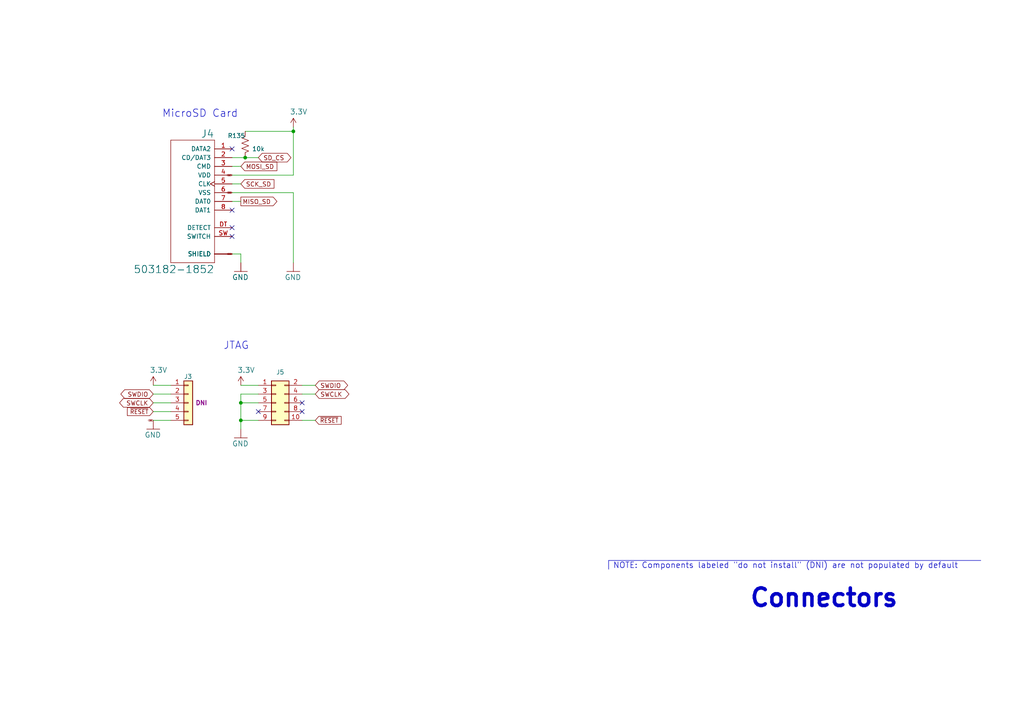
<source format=kicad_sch>
(kicad_sch (version 20230121) (generator eeschema)
  (paper "A4")
  (title_block (title "PyCubed Mainboard") (date "2021-06-09") (rev "v05c") (company "Sierra Lobo INC."))
  (lib_symbols
    (symbol "Connector_Generic:Conn_02x05_Odd_Even" (pin_names (offset 1.016) hide)
      (property "Reference" "J" (at 1.27 7.62 0))
      (property "Value" "Conn_02x05_Odd_Even" (at 1.27 -7.62 0))
      (symbol "Conn_02x05_Odd_Even_1_1"
        (rectangle (start -1.27 -4.953) (end 0 -5.207) (stroke (width 0.1524)))
        (rectangle (start -1.27 -2.413) (end 0 -2.667) (stroke (width 0.1524)))
        (rectangle (start -1.27 0.127) (end 0 -0.127) (stroke (width 0.1524)))
        (rectangle (start -1.27 2.667) (end 0 2.413) (stroke (width 0.1524)))
        (rectangle (start -1.27 5.207) (end 0 4.953) (stroke (width 0.1524)))
        (rectangle (start -1.27 6.35) (end 3.81 -6.35) (stroke (width 0.254)) (fill (type background)))
        (rectangle (start 3.81 -4.953) (end 2.54 -5.207) (stroke (width 0.1524)))
        (rectangle (start 3.81 -2.413) (end 2.54 -2.667) (stroke (width 0.1524)))
        (rectangle (start 3.81 0.127) (end 2.54 -0.127) (stroke (width 0.1524)))
        (rectangle (start 3.81 2.667) (end 2.54 2.413) (stroke (width 0.1524)))
        (rectangle (start 3.81 5.207) (end 2.54 4.953) (stroke (width 0.1524)))
        (pin passive line (at -5.08 5.08 0) (length 3.81) (name "Pin_1") (number "1"))
        (pin passive line (at 7.62 -5.08 180) (length 3.81) (name "Pin_10") (number "10"))
        (pin passive line (at 7.62 5.08 180) (length 3.81) (name "Pin_2") (number "2"))
        (pin passive line (at -5.08 2.54 0) (length 3.81) (name "Pin_3") (number "3"))
        (pin passive line (at 7.62 2.54 180) (length 3.81) (name "Pin_4") (number "4"))
        (pin passive line (at -5.08 0 0) (length 3.81) (name "Pin_5") (number "5"))
        (pin passive line (at 7.62 0 180) (length 3.81) (name "Pin_6") (number "6"))
        (pin passive line (at -5.08 -2.54 0) (length 3.81) (name "Pin_7") (number "7"))
        (pin passive line (at 7.62 -2.54 180) (length 3.81) (name "Pin_8") (number "8"))
        (pin passive line (at -5.08 -5.08 0) (length 3.81) (name "Pin_9") (number "9"))
      )
    )
    (symbol "Device:R_US" (pin_numbers hide) (pin_names (offset 0))
      (property "Reference" "R" (at 2.54 0 90))
      (property "Value" "R_US" (at -2.54 0 90))
      (symbol "R_US_0_1"
        (polyline (pts (xy 0 -2.286) (xy 0 -2.54)))
        (polyline (pts (xy 0 2.286) (xy 0 2.54)))
        (polyline (pts (xy 0 -0.762) (xy 1.016 -1.143) (xy 0 -1.524) (xy -1.016 -1.905) (xy 0 -2.286)))
        (polyline (pts (xy 0 0.762) (xy 1.016 0.381) (xy 0 0) (xy -1.016 -0.381) (xy 0 -0.762)))
        (polyline (pts (xy 0 2.286) (xy 1.016 1.905) (xy 0 1.524) (xy -1.016 1.143) (xy 0 0.762)))
      )
      (symbol "R_US_1_1"
        (pin passive line (at 0 3.81 270) (length 1.27) (name "~") (number "1"))
        (pin passive line (at 0 -3.81 90) (length 1.27) (name "~") (number "2"))
      )
    )
    (symbol "mainboard-rescue:Conn_01x05-Connector_Generic-mainboard-rescue" (pin_names (offset 1.016) hide)
      (property "Reference" "J" (at 0 7.62 0))
      (property "Value" "Conn_01x05-Connector_Generic-mainboard-rescue" (at 0 -7.62 0))
      (symbol "Conn_01x05-Connector_Generic-mainboard-rescue_1_1"
        (rectangle (start -1.27 -4.953) (end 0 -5.207) (stroke (width 0.1524)))
        (rectangle (start -1.27 -2.413) (end 0 -2.667) (stroke (width 0.1524)))
        (rectangle (start -1.27 0.127) (end 0 -0.127) (stroke (width 0.1524)))
        (rectangle (start -1.27 2.667) (end 0 2.413) (stroke (width 0.1524)))
        (rectangle (start -1.27 5.207) (end 0 4.953) (stroke (width 0.1524)))
        (rectangle (start -1.27 6.35) (end 1.27 -6.35) (stroke (width 0.254)) (fill (type background)))
        (pin passive line (at -5.08 5.08 0) (length 3.81) (name "Pin_1") (number "1"))
        (pin passive line (at -5.08 2.54 0) (length 3.81) (name "Pin_2") (number "2"))
        (pin passive line (at -5.08 0 0) (length 3.81) (name "Pin_3") (number "3"))
        (pin passive line (at -5.08 -2.54 0) (length 3.81) (name "Pin_4") (number "4"))
        (pin passive line (at -5.08 -5.08 0) (length 3.81) (name "Pin_5") (number "5"))
      )
    )
    (symbol "mainboard:3.3V" (power) (pin_names (offset 1.016))
      (property "Value" "3.3V" (at -1.016 3.556 0))
      (symbol "3.3V_1_0"
        (polyline (pts (xy 0 2.54) (xy -0.762 1.27)))
        (polyline (pts (xy 0.762 1.27) (xy 0 2.54)))
        (pin power_in line (at 0 0 90) (length 2.54) (name "3.3V") (number "1"))
      )
    )
    (symbol "mainboard:503182-1852" (pin_names (offset 1.016))
      (property "Reference" "J" (at 0 18.3642 0))
      (property "Value" "503182-1852" (at 0 -20.9042 0))
      (symbol "503182-1852_1_0"
        (polyline (pts (xy 0 -17.78) (xy 12.7 -17.78)))
        (polyline (pts (xy 0 17.78) (xy 0 -17.78)))
        (polyline (pts (xy 12.7 -17.78) (xy 12.7 17.78)))
        (polyline (pts (xy 12.7 17.78) (xy 0 17.78)))
        (pin bidirectional line (at -5.08 15.24 0) (length 5.08) (name "DATA2") (number "1"))
        (pin bidirectional line (at -5.08 12.7 0) (length 5.08) (name "CD/DAT3") (number "2"))
        (pin bidirectional line (at -5.08 10.16 0) (length 5.08) (name "CMD") (number "3"))
        (pin power_in line (at -5.08 7.62 0) (length 5.08) (name "VDD") (number "4"))
        (pin bidirectional clock (at -5.08 5.08 0) (length 5.08) (name "CLK") (number "5"))
        (pin power_in line (at -5.08 2.54 0) (length 5.08) (name "VSS") (number "6"))
        (pin bidirectional line (at -5.08 0 0) (length 5.08) (name "DAT0") (number "7"))
        (pin bidirectional line (at -5.08 -2.54 0) (length 5.08) (name "DAT1") (number "8"))
        (pin bidirectional line (at -5.08 -7.62 0) (length 5.08) (name "DETECT") (number "DT"))
        (pin passive line (at -5.08 -15.24 0) (length 5.08) (name "SHIELD") (number "P1"))
        (pin passive line (at -5.08 -15.24 0) (length 5.08) (name "SHIELD") (number "P2"))
        (pin passive line (at -5.08 -15.24 0) (length 5.08) (name "SHIELD") (number "P3"))
        (pin passive line (at -5.08 -15.24 0) (length 5.08) (name "SHIELD") (number "P4"))
        (pin passive line (at -5.08 -15.24 0) (length 5.08) (name "SHIELD") (number "P5"))
        (pin bidirectional line (at -5.08 -10.16 0) (length 5.08) (name "SWITCH") (number "SW"))
      )
    )
    (symbol "mainboard:GND" (power) (pin_names (offset 1.016))
      (property "Value" "GND" (at -2.54 -2.54 0))
      (symbol "GND_1_0"
        (polyline (pts (xy -1.905 0) (xy 1.905 0)))
        (pin power_in line (at 0 2.54 270) (length 2.54) (name "GND") (number "1"))
      )
    )
  )
  (junction (at 69.85 116.84))
  (junction (at 85.09 38.1))
  (junction (at 71.12 45.72))
  (junction (at 69.85 121.92))
  (no_connect (at 74.93 119.38))
  (no_connect (at 67.31 60.96))
  (no_connect (at 67.31 43.18))
  (no_connect (at 67.31 68.58))
  (no_connect (at 67.31 66.04))
  (no_connect (at 87.63 116.84))
  (no_connect (at 87.63 119.38))
  (wire (pts (xy 71.12 45.72) (xy 74.93 45.72)))
  (wire (pts (xy 85.09 38.1) (xy 85.09 36.83)))
  (wire (pts (xy 67.31 48.26) (xy 69.85 48.26)))
  (wire (pts (xy 67.31 45.72) (xy 71.12 45.72)))
  (wire (pts (xy 69.85 121.92) (xy 74.93 121.92)))
  (wire (pts (xy 49.53 114.3) (xy 44.45 114.3)))
  (wire (pts (xy 71.12 38.1) (xy 85.09 38.1)))
  (wire (pts (xy 87.63 114.3) (xy 91.44 114.3)))
  (wire (pts (xy 67.31 58.42) (xy 69.85 58.42)))
  (wire (pts (xy 67.31 50.8) (xy 85.09 50.8)))
  (wire (pts (xy 69.85 114.3) (xy 69.85 116.84)))
  (wire (pts (xy 74.93 114.3) (xy 69.85 114.3)))
  (wire (pts (xy 49.53 116.84) (xy 44.45 116.84)))
  (wire (pts (xy 69.85 121.92) (xy 69.85 124.46)))
  (wire (pts (xy 87.63 121.92) (xy 91.44 121.92)))
  (polyline (pts (xy 176.53 162.56) (xy 284.48 162.56)))
  (wire (pts (xy 69.85 111.76) (xy 74.93 111.76)))
  (wire (pts (xy 69.85 73.66) (xy 69.85 76.2)))
  (wire (pts (xy 67.31 55.88) (xy 85.09 55.88)))
  (wire (pts (xy 67.31 53.34) (xy 69.85 53.34)))
  (wire (pts (xy 49.53 119.38) (xy 44.45 119.38)))
  (wire (pts (xy 69.85 116.84) (xy 69.85 121.92)))
  (wire (pts (xy 44.45 121.92) (xy 49.53 121.92)))
  (wire (pts (xy 85.09 55.88) (xy 85.09 76.2)))
  (wire (pts (xy 69.85 116.84) (xy 74.93 116.84)))
  (wire (pts (xy 87.63 111.76) (xy 91.44 111.76)))
  (wire (pts (xy 85.09 50.8) (xy 85.09 38.1)))
  (wire (pts (xy 67.31 73.66) (xy 69.85 73.66)))
  (wire (pts (xy 44.45 111.76) (xy 49.53 111.76)))
  (polyline (pts (xy 176.53 165.1) (xy 176.53 162.56)))
  (text "MicroSD Card" (at 46.99 34.29 0) (effects (font (size 2.159 2.159)) (justify left bottom)))
  (text "NOTE: Components labeled \"do not install\" (DNI) are not populated by default" (at 177.8 165.1 0) (effects (font (size 1.651 1.651)) (justify left bottom)))
  (text "JTAG" (at 64.77 101.6 0) (effects (font (size 2.159 2.159)) (justify left bottom)))
  (text "Connectors" (at 217.17 176.53 0) (effects (font (size 5.08 5.08) (thickness 1.016) bold) (justify left bottom)))
  (global_label "~{RESET}" (shape input) (at 44.45 119.38 180) (effects (font (size 1.1684 1.1684))) (property "Intersheetrefs" "${INTERSHEET_REFS}" (effects hide)))
  (global_label "GND" (shape bidirectional) (at 44.45 121.92 180) (effects (font (size 0.254 0.254))) (property "Intersheetrefs" "${INTERSHEET_REFS}" (effects hide)))
  (global_label "MOSI_SD" (shape input) (at 69.85 48.26 0) (property "Intersheetrefs" "${INTERSHEET_REFS}" (effects hide)))
  (global_label "~{RESET}" (shape input) (at 91.44 121.92 0) (effects (font (size 1.1684 1.1684))) (property "Intersheetrefs" "${INTERSHEET_REFS}" (effects hide)))
  (global_label "3.3V" (shape bidirectional) (at 67.31 50.8 180) (effects (font (size 0.254 0.254))) (property "Intersheetrefs" "${INTERSHEET_REFS}" (effects hide)))
  (global_label "SWDIO" (shape bidirectional) (at 91.44 111.76 0) (property "Intersheetrefs" "${INTERSHEET_REFS}" (effects hide)))
  (global_label "SWCLK" (shape bidirectional) (at 44.45 116.84 180) (property "Intersheetrefs" "${INTERSHEET_REFS}" (effects hide)))
  (global_label "SD_CS" (shape bidirectional) (at 74.93 45.72 0) (property "Intersheetrefs" "${INTERSHEET_REFS}" (effects hide)))
  (global_label "SWDIO" (shape bidirectional) (at 44.45 114.3 180) (property "Intersheetrefs" "${INTERSHEET_REFS}" (effects hide)))
  (global_label "GND" (shape bidirectional) (at 67.31 55.88 180) (effects (font (size 0.254 0.254))) (property "Intersheetrefs" "${INTERSHEET_REFS}" (effects hide)))
  (global_label "GND" (shape bidirectional) (at 67.31 73.66 180) (effects (font (size 0.254 0.254))) (property "Intersheetrefs" "${INTERSHEET_REFS}" (effects hide)))
  (global_label "MISO_SD" (shape output) (at 69.85 58.42 0) (property "Intersheetrefs" "${INTERSHEET_REFS}" (effects hide)))
  (global_label "SWCLK" (shape bidirectional) (at 91.44 114.3 0) (property "Intersheetrefs" "${INTERSHEET_REFS}" (effects hide)))
  (global_label "SCK_SD" (shape input) (at 69.85 53.34 0) (property "Intersheetrefs" "${INTERSHEET_REFS}" (effects hide)))
  (symbol (lib_id "mainboard:503182-1852") (at 62.23 58.42 0) (mirror y) (unit 1)
    (property "Reference" "J4" (at 62.23 40.0558 0) (effects (font (size 2.159 2.159)) (justify left bottom)))
    (property "Value" "503182-1852" (at 62.23 79.3496 0) (effects (font (size 2.159 2.159)) (justify left bottom)))
    (property "Footprint" "mainboard:MOLEX_503182-1852" (effects hide))
    (property "Datasheet" "https://www.molex.com/pdm_docs/sd/5031821852_sd.pdf" (effects hide))
    (property "Description" "Molex microSD Card Socket" (effects hide))
    (property "Flight" "5031821852" (effects hide))
    (property "Manufacturer_Name" "Molex" (effects hide))
    (property "Manufacturer_Part_Number" "5031821852" (effects hide))
    (property "Proto" "5031821852" (effects hide))
  )
  (symbol (lib_id "mainboard:GND") (at 44.45 124.46 0) (unit 1)
    (property "Reference" "#GND073" (effects hide))
    (property "Value" "GND" (at 41.91 127 0) (effects (font (size 1.4986 1.4986)) (justify left bottom)))
  )
  (symbol (lib_id "mainboard-rescue:Conn_01x05-Connector_Generic-mainboard-rescue") (at 54.61 116.84 0) (unit 1)
    (property "Reference" "J3" (at 53.34 109.22 0) (effects (justify left)))
    (property "Value" "Conn_01x05" (effects hide))
    (property "Footprint" "Connector_PinHeader_2.54mm:PinHeader_1x05_P2.54mm_Vertical" (effects hide))
    (property "DNI" "DNI" (at 58.42 116.84 0) (effects (font bold)))
    (property "Description" "Vertical Header - 0.1in (2.54mm)" (effects hide))
  )
  (symbol (lib_id "mainboard:3.3V") (at 44.45 111.76 0) (unit 1)
    (property "Reference" "#SUPPLY027" (effects hide))
    (property "Value" "3.3V" (at 43.434 108.204 0) (effects (font (size 1.4986 1.4986)) (justify left bottom)))
  )
  (symbol (lib_id "Device:R_US") (at 71.12 41.91 0) (mirror x) (unit 1)
    (property "Reference" "R135" (at 68.58 39.37 0))
    (property "Value" "10k" (at 74.93 43.18 0))
    (property "Footprint" "Resistor_SMD:R_0603_1608Metric" (effects hide))
  )
  (symbol (lib_id "mainboard:GND") (at 85.09 78.74 0) (unit 1)
    (property "Reference" "#GND076" (effects hide))
    (property "Value" "GND" (at 82.55 81.28 0) (effects (font (size 1.4986 1.4986)) (justify left bottom)))
  )
  (symbol (lib_id "mainboard:GND") (at 69.85 78.74 0) (unit 1)
    (property "Reference" "#GND074" (effects hide))
    (property "Value" "GND" (at 67.31 81.28 0) (effects (font (size 1.4986 1.4986)) (justify left bottom)))
  )
  (symbol (lib_id "mainboard:3.3V") (at 85.09 36.83 0) (unit 1)
    (property "Reference" "#SUPPLY029" (effects hide))
    (property "Value" "3.3V" (at 84.074 33.274 0) (effects (font (size 1.4986 1.4986)) (justify left bottom)))
  )
  (symbol (lib_id "Connector_Generic:Conn_02x05_Odd_Even") (at 80.01 116.84 0) (unit 1)
    (property "Reference" "J5" (at 81.28 107.95 0))
    (property "Value" "FTSH-105-01-F-DV-K-TR" (effects hide))
    (property "Footprint" "Connector_PinHeader_1.27mm:PinHeader_2x05_P1.27mm_Vertical_SMD" (effects hide))
    (property "Datasheet" "FTSH-105-01-F-DV-K-TR" (effects hide))
  )
  (symbol (lib_id "mainboard:3.3V") (at 69.85 111.76 0) (unit 1)
    (property "Reference" "#SUPPLY028" (effects hide))
    (property "Value" "3.3V" (at 68.834 108.204 0) (effects (font (size 1.4986 1.4986)) (justify left bottom)))
  )
  (symbol (lib_id "mainboard:GND") (at 69.85 127 0) (unit 1)
    (property "Reference" "#GND075" (effects hide))
    (property "Value" "GND" (at 67.31 129.54 0) (effects (font (size 1.4986 1.4986)) (justify left bottom)))
  )
)
</source>
